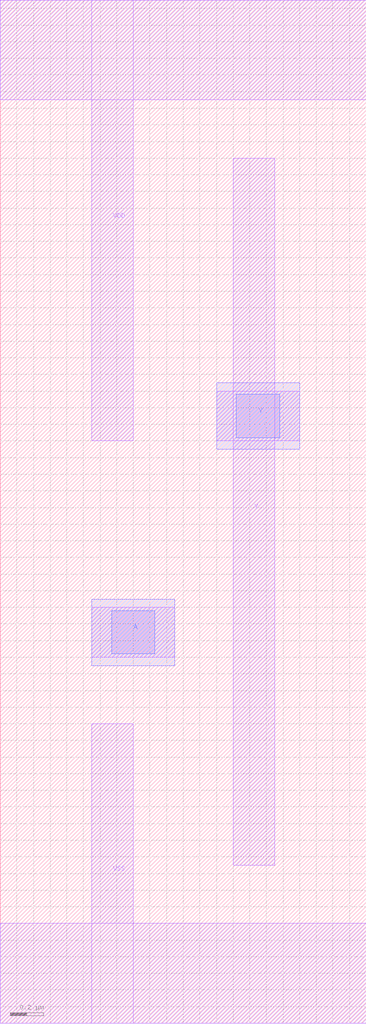
<source format=lef>
# Copyright 2022 Google LLC
# Licensed under the Apache License, Version 2.0 (the "License");
# you may not use this file except in compliance with the License.
# You may obtain a copy of the License at
#
#      http://www.apache.org/licenses/LICENSE-2.0
#
# Unless required by applicable law or agreed to in writing, software
# distributed under the License is distributed on an "AS IS" BASIS,
# WITHOUT WARRANTIES OR CONDITIONS OF ANY KIND, either express or implied.
# See the License for the specific language governing permissions and
# limitations under the License.
VERSION 5.7 ;
BUSBITCHARS "[]" ;
DIVIDERCHAR "/" ;

MACRO gf180mcu_osu_sc_9T_clkinv_1
  CLASS CORE ;
  ORIGIN 0 0 ;
  FOREIGN gf180mcu_osu_sc_9T_clkinv_1 0 0 ;
  SIZE 2.2 BY 6.15 ;
  SYMMETRY X Y ;
  SITE GF180_3p3_12t ;
  PIN VDD
    DIRECTION INOUT ;
    USE POWER ;
    SHAPE ABUTMENT ;
    PORT
      LAYER MET1 ;
        RECT 0 5.55 2.2 6.15 ;
        RECT 0.55 3.5 0.8 6.15 ;
    END
  END VDD
  PIN VSS
    DIRECTION INOUT ;
    USE GROUND ;
    PORT
      LAYER MET1 ;
        RECT 0 0 2.2 0.6 ;
        RECT 0.55 0 0.8 1.8 ;
    END
  END VSS
  PIN A
    DIRECTION INPUT ;
    USE SIGNAL ;
    PORT
      LAYER MET1 ;
        RECT 0.55 2.2 1.05 2.5 ;
      LAYER MET2 ;
        RECT 0.55 2.15 1.05 2.55 ;
      LAYER VIA12 ;
        RECT 0.67 2.22 0.93 2.48 ;
    END
  END A
  PIN Y
    DIRECTION OUTPUT ;
    USE SIGNAL ;
    PORT
      LAYER MET1 ;
        RECT 1.3 3.5 1.8 3.8 ;
        RECT 1.4 0.95 1.65 5.2 ;
      LAYER MET2 ;
        RECT 1.3 3.45 1.8 3.85 ;
      LAYER VIA12 ;
        RECT 1.42 3.52 1.68 3.78 ;
    END
  END Y
END gf180mcu_osu_sc_9T_clkinv_1

</source>
